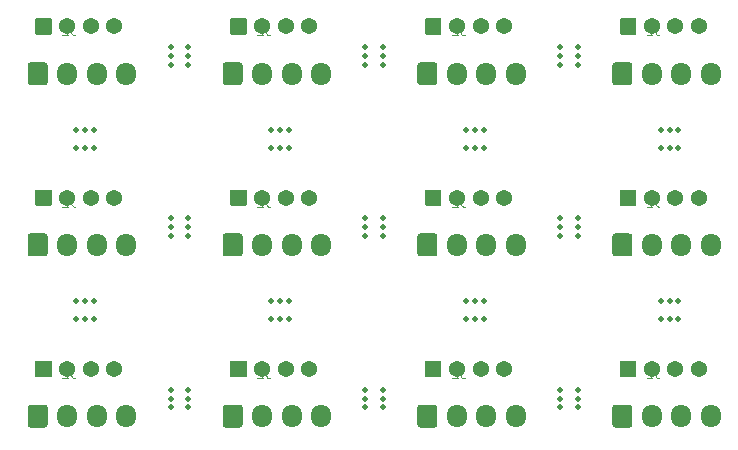
<source format=gbr>
%TF.GenerationSoftware,KiCad,Pcbnew,5.1.10-88a1d61d58~90~ubuntu20.04.1*%
%TF.CreationDate,2022-01-16T22:17:14+00:00*%
%TF.ProjectId,grove_adaptor_panel,67726f76-655f-4616-9461-70746f725f70,rev?*%
%TF.SameCoordinates,Original*%
%TF.FileFunction,Soldermask,Bot*%
%TF.FilePolarity,Negative*%
%FSLAX46Y46*%
G04 Gerber Fmt 4.6, Leading zero omitted, Abs format (unit mm)*
G04 Created by KiCad (PCBNEW 5.1.10-88a1d61d58~90~ubuntu20.04.1) date 2022-01-16 22:17:14*
%MOMM*%
%LPD*%
G01*
G04 APERTURE LIST*
%ADD10C,0.077216*%
%ADD11C,0.500000*%
%ADD12C,1.371600*%
%ADD13O,1.700000X1.950000*%
G04 APERTURE END LIST*
%TO.C,J2*%
D10*
X228344428Y-122491070D02*
X228344428Y-123042613D01*
X228381198Y-123152921D01*
X228454737Y-123226460D01*
X228565045Y-123263230D01*
X228638584Y-123263230D01*
X228013502Y-122564609D02*
X227976733Y-122527840D01*
X227903194Y-122491070D01*
X227719346Y-122491070D01*
X227645807Y-122527840D01*
X227609038Y-122564609D01*
X227572268Y-122638148D01*
X227572268Y-122711687D01*
X227609038Y-122821996D01*
X228050272Y-123263230D01*
X227572268Y-123263230D01*
X211844428Y-122491070D02*
X211844428Y-123042613D01*
X211881198Y-123152921D01*
X211954737Y-123226460D01*
X212065045Y-123263230D01*
X212138584Y-123263230D01*
X211513502Y-122564609D02*
X211476733Y-122527840D01*
X211403194Y-122491070D01*
X211219346Y-122491070D01*
X211145807Y-122527840D01*
X211109038Y-122564609D01*
X211072268Y-122638148D01*
X211072268Y-122711687D01*
X211109038Y-122821996D01*
X211550272Y-123263230D01*
X211072268Y-123263230D01*
X195344428Y-122491070D02*
X195344428Y-123042613D01*
X195381198Y-123152921D01*
X195454737Y-123226460D01*
X195565045Y-123263230D01*
X195638584Y-123263230D01*
X195013502Y-122564609D02*
X194976733Y-122527840D01*
X194903194Y-122491070D01*
X194719346Y-122491070D01*
X194645807Y-122527840D01*
X194609038Y-122564609D01*
X194572268Y-122638148D01*
X194572268Y-122711687D01*
X194609038Y-122821996D01*
X195050272Y-123263230D01*
X194572268Y-123263230D01*
X178844428Y-122491070D02*
X178844428Y-123042613D01*
X178881198Y-123152921D01*
X178954737Y-123226460D01*
X179065045Y-123263230D01*
X179138584Y-123263230D01*
X178513502Y-122564609D02*
X178476733Y-122527840D01*
X178403194Y-122491070D01*
X178219346Y-122491070D01*
X178145807Y-122527840D01*
X178109038Y-122564609D01*
X178072268Y-122638148D01*
X178072268Y-122711687D01*
X178109038Y-122821996D01*
X178550272Y-123263230D01*
X178072268Y-123263230D01*
X228344428Y-107991070D02*
X228344428Y-108542613D01*
X228381198Y-108652921D01*
X228454737Y-108726460D01*
X228565045Y-108763230D01*
X228638584Y-108763230D01*
X228013502Y-108064609D02*
X227976733Y-108027840D01*
X227903194Y-107991070D01*
X227719346Y-107991070D01*
X227645807Y-108027840D01*
X227609038Y-108064609D01*
X227572268Y-108138148D01*
X227572268Y-108211687D01*
X227609038Y-108321996D01*
X228050272Y-108763230D01*
X227572268Y-108763230D01*
X211844428Y-107991070D02*
X211844428Y-108542613D01*
X211881198Y-108652921D01*
X211954737Y-108726460D01*
X212065045Y-108763230D01*
X212138584Y-108763230D01*
X211513502Y-108064609D02*
X211476733Y-108027840D01*
X211403194Y-107991070D01*
X211219346Y-107991070D01*
X211145807Y-108027840D01*
X211109038Y-108064609D01*
X211072268Y-108138148D01*
X211072268Y-108211687D01*
X211109038Y-108321996D01*
X211550272Y-108763230D01*
X211072268Y-108763230D01*
X195344428Y-107991070D02*
X195344428Y-108542613D01*
X195381198Y-108652921D01*
X195454737Y-108726460D01*
X195565045Y-108763230D01*
X195638584Y-108763230D01*
X195013502Y-108064609D02*
X194976733Y-108027840D01*
X194903194Y-107991070D01*
X194719346Y-107991070D01*
X194645807Y-108027840D01*
X194609038Y-108064609D01*
X194572268Y-108138148D01*
X194572268Y-108211687D01*
X194609038Y-108321996D01*
X195050272Y-108763230D01*
X194572268Y-108763230D01*
X178844428Y-107991070D02*
X178844428Y-108542613D01*
X178881198Y-108652921D01*
X178954737Y-108726460D01*
X179065045Y-108763230D01*
X179138584Y-108763230D01*
X178513502Y-108064609D02*
X178476733Y-108027840D01*
X178403194Y-107991070D01*
X178219346Y-107991070D01*
X178145807Y-108027840D01*
X178109038Y-108064609D01*
X178072268Y-108138148D01*
X178072268Y-108211687D01*
X178109038Y-108321996D01*
X178550272Y-108763230D01*
X178072268Y-108763230D01*
X228344428Y-93491070D02*
X228344428Y-94042613D01*
X228381198Y-94152921D01*
X228454737Y-94226460D01*
X228565045Y-94263230D01*
X228638584Y-94263230D01*
X228013502Y-93564609D02*
X227976733Y-93527840D01*
X227903194Y-93491070D01*
X227719346Y-93491070D01*
X227645807Y-93527840D01*
X227609038Y-93564609D01*
X227572268Y-93638148D01*
X227572268Y-93711687D01*
X227609038Y-93821996D01*
X228050272Y-94263230D01*
X227572268Y-94263230D01*
X211844428Y-93491070D02*
X211844428Y-94042613D01*
X211881198Y-94152921D01*
X211954737Y-94226460D01*
X212065045Y-94263230D01*
X212138584Y-94263230D01*
X211513502Y-93564609D02*
X211476733Y-93527840D01*
X211403194Y-93491070D01*
X211219346Y-93491070D01*
X211145807Y-93527840D01*
X211109038Y-93564609D01*
X211072268Y-93638148D01*
X211072268Y-93711687D01*
X211109038Y-93821996D01*
X211550272Y-94263230D01*
X211072268Y-94263230D01*
X195344428Y-93491070D02*
X195344428Y-94042613D01*
X195381198Y-94152921D01*
X195454737Y-94226460D01*
X195565045Y-94263230D01*
X195638584Y-94263230D01*
X195013502Y-93564609D02*
X194976733Y-93527840D01*
X194903194Y-93491070D01*
X194719346Y-93491070D01*
X194645807Y-93527840D01*
X194609038Y-93564609D01*
X194572268Y-93638148D01*
X194572268Y-93711687D01*
X194609038Y-93821996D01*
X195050272Y-94263230D01*
X194572268Y-94263230D01*
X178844428Y-93491070D02*
X178844428Y-94042613D01*
X178881198Y-94152921D01*
X178954737Y-94226460D01*
X179065045Y-94263230D01*
X179138584Y-94263230D01*
X178513502Y-93564609D02*
X178476733Y-93527840D01*
X178403194Y-93491070D01*
X178219346Y-93491070D01*
X178145807Y-93527840D01*
X178109038Y-93564609D01*
X178072268Y-93638148D01*
X178072268Y-93711687D01*
X178109038Y-93821996D01*
X178550272Y-94263230D01*
X178072268Y-94263230D01*
%TD*%
D11*
%TO.C,mouse-bite-2mm-slot*%
X187250000Y-111250000D03*
X187250000Y-109750000D03*
X188750000Y-109750000D03*
X188750000Y-111250000D03*
X187250000Y-110500000D03*
X188750000Y-110500000D03*
%TD*%
%TO.C,mouse-bite-2mm-slot*%
X228750000Y-116750000D03*
X230250000Y-116750000D03*
X230250000Y-118250000D03*
X228750000Y-118250000D03*
X229500000Y-116750000D03*
X229500000Y-118250000D03*
%TD*%
%TO.C,mouse-bite-2mm-slot*%
X212250000Y-116750000D03*
X213750000Y-116750000D03*
X213750000Y-118250000D03*
X212250000Y-118250000D03*
X213000000Y-116750000D03*
X213000000Y-118250000D03*
%TD*%
%TO.C,mouse-bite-2mm-slot*%
X195750000Y-116750000D03*
X197250000Y-116750000D03*
X197250000Y-118250000D03*
X195750000Y-118250000D03*
X196500000Y-116750000D03*
X196500000Y-118250000D03*
%TD*%
%TO.C,mouse-bite-2mm-slot*%
X179250000Y-116750000D03*
X180750000Y-116750000D03*
X180750000Y-118250000D03*
X179250000Y-118250000D03*
X180000000Y-116750000D03*
X180000000Y-118250000D03*
%TD*%
%TO.C,mouse-bite-2mm-slot*%
X228750000Y-102250000D03*
X230250000Y-102250000D03*
X230250000Y-103750000D03*
X228750000Y-103750000D03*
X229500000Y-102250000D03*
X229500000Y-103750000D03*
%TD*%
%TO.C,mouse-bite-2mm-slot*%
X212250000Y-102250000D03*
X213750000Y-102250000D03*
X213750000Y-103750000D03*
X212250000Y-103750000D03*
X213000000Y-102250000D03*
X213000000Y-103750000D03*
%TD*%
%TO.C,mouse-bite-2mm-slot*%
X195750000Y-102250000D03*
X197250000Y-102250000D03*
X197250000Y-103750000D03*
X195750000Y-103750000D03*
X196500000Y-102250000D03*
X196500000Y-103750000D03*
%TD*%
%TO.C,mouse-bite-2mm-slot*%
X220250000Y-125750000D03*
X220250000Y-124250000D03*
X221750000Y-124250000D03*
X221750000Y-125750000D03*
X220250000Y-125000000D03*
X221750000Y-125000000D03*
%TD*%
%TO.C,mouse-bite-2mm-slot*%
X203750000Y-125750000D03*
X203750000Y-124250000D03*
X205250000Y-124250000D03*
X205250000Y-125750000D03*
X203750000Y-125000000D03*
X205250000Y-125000000D03*
%TD*%
%TO.C,mouse-bite-2mm-slot*%
X187250000Y-125750000D03*
X187250000Y-124250000D03*
X188750000Y-124250000D03*
X188750000Y-125750000D03*
X187250000Y-125000000D03*
X188750000Y-125000000D03*
%TD*%
%TO.C,mouse-bite-2mm-slot*%
X220250000Y-111250000D03*
X220250000Y-109750000D03*
X221750000Y-109750000D03*
X221750000Y-111250000D03*
X220250000Y-110500000D03*
X221750000Y-110500000D03*
%TD*%
%TO.C,mouse-bite-2mm-slot*%
X203750000Y-111250000D03*
X203750000Y-109750000D03*
X205250000Y-109750000D03*
X205250000Y-111250000D03*
X203750000Y-110500000D03*
X205250000Y-110500000D03*
%TD*%
%TO.C,mouse-bite-2mm-slot*%
X220250000Y-96750000D03*
X220250000Y-95250000D03*
X221750000Y-95250000D03*
X221750000Y-96750000D03*
X220250000Y-96000000D03*
X221750000Y-96000000D03*
%TD*%
%TO.C,mouse-bite-2mm-slot*%
X203750000Y-96750000D03*
X203750000Y-95250000D03*
X205250000Y-95250000D03*
X205250000Y-96750000D03*
X203750000Y-96000000D03*
X205250000Y-96000000D03*
%TD*%
%TO.C,mouse-bite-2mm-slot*%
X187250000Y-96750000D03*
X187250000Y-95250000D03*
X188750000Y-95250000D03*
X188750000Y-96750000D03*
X187250000Y-96000000D03*
X188750000Y-96000000D03*
%TD*%
D12*
%TO.C,J2*%
X232000000Y-122500000D03*
X230000000Y-122500000D03*
X228000000Y-122500000D03*
G36*
G01*
X225314200Y-123135000D02*
X225314200Y-121865000D01*
G75*
G02*
X225365000Y-121814200I50800J0D01*
G01*
X226635000Y-121814200D01*
G75*
G02*
X226685800Y-121865000I0J-50800D01*
G01*
X226685800Y-123135000D01*
G75*
G02*
X226635000Y-123185800I-50800J0D01*
G01*
X225365000Y-123185800D01*
G75*
G02*
X225314200Y-123135000I0J50800D01*
G01*
G37*
%TD*%
%TO.C,J2*%
X215500000Y-122500000D03*
X213500000Y-122500000D03*
X211500000Y-122500000D03*
G36*
G01*
X208814200Y-123135000D02*
X208814200Y-121865000D01*
G75*
G02*
X208865000Y-121814200I50800J0D01*
G01*
X210135000Y-121814200D01*
G75*
G02*
X210185800Y-121865000I0J-50800D01*
G01*
X210185800Y-123135000D01*
G75*
G02*
X210135000Y-123185800I-50800J0D01*
G01*
X208865000Y-123185800D01*
G75*
G02*
X208814200Y-123135000I0J50800D01*
G01*
G37*
%TD*%
%TO.C,J2*%
X199000000Y-122500000D03*
X197000000Y-122500000D03*
X195000000Y-122500000D03*
G36*
G01*
X192314200Y-123135000D02*
X192314200Y-121865000D01*
G75*
G02*
X192365000Y-121814200I50800J0D01*
G01*
X193635000Y-121814200D01*
G75*
G02*
X193685800Y-121865000I0J-50800D01*
G01*
X193685800Y-123135000D01*
G75*
G02*
X193635000Y-123185800I-50800J0D01*
G01*
X192365000Y-123185800D01*
G75*
G02*
X192314200Y-123135000I0J50800D01*
G01*
G37*
%TD*%
%TO.C,J2*%
X182500000Y-122500000D03*
X180500000Y-122500000D03*
X178500000Y-122500000D03*
G36*
G01*
X175814200Y-123135000D02*
X175814200Y-121865000D01*
G75*
G02*
X175865000Y-121814200I50800J0D01*
G01*
X177135000Y-121814200D01*
G75*
G02*
X177185800Y-121865000I0J-50800D01*
G01*
X177185800Y-123135000D01*
G75*
G02*
X177135000Y-123185800I-50800J0D01*
G01*
X175865000Y-123185800D01*
G75*
G02*
X175814200Y-123135000I0J50800D01*
G01*
G37*
%TD*%
%TO.C,J2*%
X232000000Y-108000000D03*
X230000000Y-108000000D03*
X228000000Y-108000000D03*
G36*
G01*
X225314200Y-108635000D02*
X225314200Y-107365000D01*
G75*
G02*
X225365000Y-107314200I50800J0D01*
G01*
X226635000Y-107314200D01*
G75*
G02*
X226685800Y-107365000I0J-50800D01*
G01*
X226685800Y-108635000D01*
G75*
G02*
X226635000Y-108685800I-50800J0D01*
G01*
X225365000Y-108685800D01*
G75*
G02*
X225314200Y-108635000I0J50800D01*
G01*
G37*
%TD*%
%TO.C,J2*%
X215500000Y-108000000D03*
X213500000Y-108000000D03*
X211500000Y-108000000D03*
G36*
G01*
X208814200Y-108635000D02*
X208814200Y-107365000D01*
G75*
G02*
X208865000Y-107314200I50800J0D01*
G01*
X210135000Y-107314200D01*
G75*
G02*
X210185800Y-107365000I0J-50800D01*
G01*
X210185800Y-108635000D01*
G75*
G02*
X210135000Y-108685800I-50800J0D01*
G01*
X208865000Y-108685800D01*
G75*
G02*
X208814200Y-108635000I0J50800D01*
G01*
G37*
%TD*%
%TO.C,J2*%
X199000000Y-108000000D03*
X197000000Y-108000000D03*
X195000000Y-108000000D03*
G36*
G01*
X192314200Y-108635000D02*
X192314200Y-107365000D01*
G75*
G02*
X192365000Y-107314200I50800J0D01*
G01*
X193635000Y-107314200D01*
G75*
G02*
X193685800Y-107365000I0J-50800D01*
G01*
X193685800Y-108635000D01*
G75*
G02*
X193635000Y-108685800I-50800J0D01*
G01*
X192365000Y-108685800D01*
G75*
G02*
X192314200Y-108635000I0J50800D01*
G01*
G37*
%TD*%
%TO.C,J2*%
X182500000Y-108000000D03*
X180500000Y-108000000D03*
X178500000Y-108000000D03*
G36*
G01*
X175814200Y-108635000D02*
X175814200Y-107365000D01*
G75*
G02*
X175865000Y-107314200I50800J0D01*
G01*
X177135000Y-107314200D01*
G75*
G02*
X177185800Y-107365000I0J-50800D01*
G01*
X177185800Y-108635000D01*
G75*
G02*
X177135000Y-108685800I-50800J0D01*
G01*
X175865000Y-108685800D01*
G75*
G02*
X175814200Y-108635000I0J50800D01*
G01*
G37*
%TD*%
%TO.C,J2*%
X232000000Y-93500000D03*
X230000000Y-93500000D03*
X228000000Y-93500000D03*
G36*
G01*
X225314200Y-94135000D02*
X225314200Y-92865000D01*
G75*
G02*
X225365000Y-92814200I50800J0D01*
G01*
X226635000Y-92814200D01*
G75*
G02*
X226685800Y-92865000I0J-50800D01*
G01*
X226685800Y-94135000D01*
G75*
G02*
X226635000Y-94185800I-50800J0D01*
G01*
X225365000Y-94185800D01*
G75*
G02*
X225314200Y-94135000I0J50800D01*
G01*
G37*
%TD*%
%TO.C,J2*%
X215500000Y-93500000D03*
X213500000Y-93500000D03*
X211500000Y-93500000D03*
G36*
G01*
X208814200Y-94135000D02*
X208814200Y-92865000D01*
G75*
G02*
X208865000Y-92814200I50800J0D01*
G01*
X210135000Y-92814200D01*
G75*
G02*
X210185800Y-92865000I0J-50800D01*
G01*
X210185800Y-94135000D01*
G75*
G02*
X210135000Y-94185800I-50800J0D01*
G01*
X208865000Y-94185800D01*
G75*
G02*
X208814200Y-94135000I0J50800D01*
G01*
G37*
%TD*%
%TO.C,J2*%
X199000000Y-93500000D03*
X197000000Y-93500000D03*
X195000000Y-93500000D03*
G36*
G01*
X192314200Y-94135000D02*
X192314200Y-92865000D01*
G75*
G02*
X192365000Y-92814200I50800J0D01*
G01*
X193635000Y-92814200D01*
G75*
G02*
X193685800Y-92865000I0J-50800D01*
G01*
X193685800Y-94135000D01*
G75*
G02*
X193635000Y-94185800I-50800J0D01*
G01*
X192365000Y-94185800D01*
G75*
G02*
X192314200Y-94135000I0J50800D01*
G01*
G37*
%TD*%
D13*
%TO.C,J1*%
X233000000Y-126500000D03*
X230500000Y-126500000D03*
X228000000Y-126500000D03*
G36*
G01*
X224650000Y-127225000D02*
X224650000Y-125775000D01*
G75*
G02*
X224900000Y-125525000I250000J0D01*
G01*
X226100000Y-125525000D01*
G75*
G02*
X226350000Y-125775000I0J-250000D01*
G01*
X226350000Y-127225000D01*
G75*
G02*
X226100000Y-127475000I-250000J0D01*
G01*
X224900000Y-127475000D01*
G75*
G02*
X224650000Y-127225000I0J250000D01*
G01*
G37*
%TD*%
%TO.C,J1*%
X216500000Y-126500000D03*
X214000000Y-126500000D03*
X211500000Y-126500000D03*
G36*
G01*
X208150000Y-127225000D02*
X208150000Y-125775000D01*
G75*
G02*
X208400000Y-125525000I250000J0D01*
G01*
X209600000Y-125525000D01*
G75*
G02*
X209850000Y-125775000I0J-250000D01*
G01*
X209850000Y-127225000D01*
G75*
G02*
X209600000Y-127475000I-250000J0D01*
G01*
X208400000Y-127475000D01*
G75*
G02*
X208150000Y-127225000I0J250000D01*
G01*
G37*
%TD*%
%TO.C,J1*%
X200000000Y-126500000D03*
X197500000Y-126500000D03*
X195000000Y-126500000D03*
G36*
G01*
X191650000Y-127225000D02*
X191650000Y-125775000D01*
G75*
G02*
X191900000Y-125525000I250000J0D01*
G01*
X193100000Y-125525000D01*
G75*
G02*
X193350000Y-125775000I0J-250000D01*
G01*
X193350000Y-127225000D01*
G75*
G02*
X193100000Y-127475000I-250000J0D01*
G01*
X191900000Y-127475000D01*
G75*
G02*
X191650000Y-127225000I0J250000D01*
G01*
G37*
%TD*%
%TO.C,J1*%
X183500000Y-126500000D03*
X181000000Y-126500000D03*
X178500000Y-126500000D03*
G36*
G01*
X175150000Y-127225000D02*
X175150000Y-125775000D01*
G75*
G02*
X175400000Y-125525000I250000J0D01*
G01*
X176600000Y-125525000D01*
G75*
G02*
X176850000Y-125775000I0J-250000D01*
G01*
X176850000Y-127225000D01*
G75*
G02*
X176600000Y-127475000I-250000J0D01*
G01*
X175400000Y-127475000D01*
G75*
G02*
X175150000Y-127225000I0J250000D01*
G01*
G37*
%TD*%
%TO.C,J1*%
X233000000Y-112000000D03*
X230500000Y-112000000D03*
X228000000Y-112000000D03*
G36*
G01*
X224650000Y-112725000D02*
X224650000Y-111275000D01*
G75*
G02*
X224900000Y-111025000I250000J0D01*
G01*
X226100000Y-111025000D01*
G75*
G02*
X226350000Y-111275000I0J-250000D01*
G01*
X226350000Y-112725000D01*
G75*
G02*
X226100000Y-112975000I-250000J0D01*
G01*
X224900000Y-112975000D01*
G75*
G02*
X224650000Y-112725000I0J250000D01*
G01*
G37*
%TD*%
%TO.C,J1*%
X216500000Y-112000000D03*
X214000000Y-112000000D03*
X211500000Y-112000000D03*
G36*
G01*
X208150000Y-112725000D02*
X208150000Y-111275000D01*
G75*
G02*
X208400000Y-111025000I250000J0D01*
G01*
X209600000Y-111025000D01*
G75*
G02*
X209850000Y-111275000I0J-250000D01*
G01*
X209850000Y-112725000D01*
G75*
G02*
X209600000Y-112975000I-250000J0D01*
G01*
X208400000Y-112975000D01*
G75*
G02*
X208150000Y-112725000I0J250000D01*
G01*
G37*
%TD*%
%TO.C,J1*%
X200000000Y-112000000D03*
X197500000Y-112000000D03*
X195000000Y-112000000D03*
G36*
G01*
X191650000Y-112725000D02*
X191650000Y-111275000D01*
G75*
G02*
X191900000Y-111025000I250000J0D01*
G01*
X193100000Y-111025000D01*
G75*
G02*
X193350000Y-111275000I0J-250000D01*
G01*
X193350000Y-112725000D01*
G75*
G02*
X193100000Y-112975000I-250000J0D01*
G01*
X191900000Y-112975000D01*
G75*
G02*
X191650000Y-112725000I0J250000D01*
G01*
G37*
%TD*%
%TO.C,J1*%
X183500000Y-112000000D03*
X181000000Y-112000000D03*
X178500000Y-112000000D03*
G36*
G01*
X175150000Y-112725000D02*
X175150000Y-111275000D01*
G75*
G02*
X175400000Y-111025000I250000J0D01*
G01*
X176600000Y-111025000D01*
G75*
G02*
X176850000Y-111275000I0J-250000D01*
G01*
X176850000Y-112725000D01*
G75*
G02*
X176600000Y-112975000I-250000J0D01*
G01*
X175400000Y-112975000D01*
G75*
G02*
X175150000Y-112725000I0J250000D01*
G01*
G37*
%TD*%
%TO.C,J1*%
X233000000Y-97500000D03*
X230500000Y-97500000D03*
X228000000Y-97500000D03*
G36*
G01*
X224650000Y-98225000D02*
X224650000Y-96775000D01*
G75*
G02*
X224900000Y-96525000I250000J0D01*
G01*
X226100000Y-96525000D01*
G75*
G02*
X226350000Y-96775000I0J-250000D01*
G01*
X226350000Y-98225000D01*
G75*
G02*
X226100000Y-98475000I-250000J0D01*
G01*
X224900000Y-98475000D01*
G75*
G02*
X224650000Y-98225000I0J250000D01*
G01*
G37*
%TD*%
%TO.C,J1*%
X216500000Y-97500000D03*
X214000000Y-97500000D03*
X211500000Y-97500000D03*
G36*
G01*
X208150000Y-98225000D02*
X208150000Y-96775000D01*
G75*
G02*
X208400000Y-96525000I250000J0D01*
G01*
X209600000Y-96525000D01*
G75*
G02*
X209850000Y-96775000I0J-250000D01*
G01*
X209850000Y-98225000D01*
G75*
G02*
X209600000Y-98475000I-250000J0D01*
G01*
X208400000Y-98475000D01*
G75*
G02*
X208150000Y-98225000I0J250000D01*
G01*
G37*
%TD*%
%TO.C,J1*%
X200000000Y-97500000D03*
X197500000Y-97500000D03*
X195000000Y-97500000D03*
G36*
G01*
X191650000Y-98225000D02*
X191650000Y-96775000D01*
G75*
G02*
X191900000Y-96525000I250000J0D01*
G01*
X193100000Y-96525000D01*
G75*
G02*
X193350000Y-96775000I0J-250000D01*
G01*
X193350000Y-98225000D01*
G75*
G02*
X193100000Y-98475000I-250000J0D01*
G01*
X191900000Y-98475000D01*
G75*
G02*
X191650000Y-98225000I0J250000D01*
G01*
G37*
%TD*%
D11*
%TO.C,mouse-bite-2mm-slot*%
X179250000Y-102250000D03*
X180750000Y-102250000D03*
X180750000Y-103750000D03*
X179250000Y-103750000D03*
X180000000Y-102250000D03*
X180000000Y-103750000D03*
%TD*%
D12*
%TO.C,J2*%
X182500000Y-93500000D03*
X180500000Y-93500000D03*
X178500000Y-93500000D03*
G36*
G01*
X175814200Y-94135000D02*
X175814200Y-92865000D01*
G75*
G02*
X175865000Y-92814200I50800J0D01*
G01*
X177135000Y-92814200D01*
G75*
G02*
X177185800Y-92865000I0J-50800D01*
G01*
X177185800Y-94135000D01*
G75*
G02*
X177135000Y-94185800I-50800J0D01*
G01*
X175865000Y-94185800D01*
G75*
G02*
X175814200Y-94135000I0J50800D01*
G01*
G37*
%TD*%
D13*
%TO.C,J1*%
X183500000Y-97500000D03*
X181000000Y-97500000D03*
X178500000Y-97500000D03*
G36*
G01*
X175150000Y-98225000D02*
X175150000Y-96775000D01*
G75*
G02*
X175400000Y-96525000I250000J0D01*
G01*
X176600000Y-96525000D01*
G75*
G02*
X176850000Y-96775000I0J-250000D01*
G01*
X176850000Y-98225000D01*
G75*
G02*
X176600000Y-98475000I-250000J0D01*
G01*
X175400000Y-98475000D01*
G75*
G02*
X175150000Y-98225000I0J250000D01*
G01*
G37*
%TD*%
M02*

</source>
